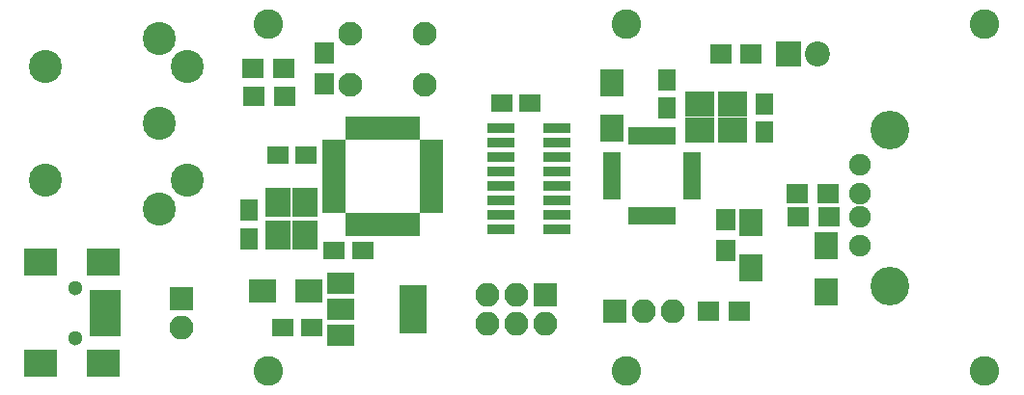
<source format=gbr>
%TF.GenerationSoftware,KiCad,Pcbnew,(5.0.0)*%
%TF.CreationDate,2018-10-21T12:48:55-07:00*%
%TF.ProjectId,USB_Host_Midi_Adapter,5553425F486F73745F4D6964695F4164,rev?*%
%TF.SameCoordinates,Original*%
%TF.FileFunction,Soldermask,Top*%
%TF.FilePolarity,Negative*%
%FSLAX46Y46*%
G04 Gerber Fmt 4.6, Leading zero omitted, Abs format (unit mm)*
G04 Created by KiCad (PCBNEW (5.0.0)) date 10/21/18 12:48:55*
%MOMM*%
%LPD*%
G01*
G04 APERTURE LIST*
%ADD10C,2.600000*%
%ADD11R,1.900000X1.650000*%
%ADD12R,2.400000X2.000000*%
%ADD13R,2.000000X2.400000*%
%ADD14R,1.650000X1.900000*%
%ADD15C,2.900000*%
%ADD16C,3.400000*%
%ADD17C,1.900000*%
%ADD18C,1.300000*%
%ADD19R,2.900000X2.400000*%
%ADD20R,2.700000X0.900000*%
%ADD21O,2.100000X2.100000*%
%ADD22R,2.100000X2.100000*%
%ADD23R,1.900000X1.700000*%
%ADD24R,1.700000X1.900000*%
%ADD25C,2.100000*%
%ADD26R,0.950000X2.000000*%
%ADD27R,2.000000X0.950000*%
%ADD28R,2.400000X1.900000*%
%ADD29R,2.400000X4.200000*%
%ADD30R,1.543000X0.654000*%
%ADD31R,0.654000X1.543000*%
%ADD32R,2.381200X0.958800*%
%ADD33C,2.200000*%
%ADD34R,2.200000X2.200000*%
%ADD35R,2.500000X2.200000*%
%ADD36R,2.200000X2.500000*%
G04 APERTURE END LIST*
D10*
X185738000Y-73660000D03*
X185738000Y-104140000D03*
X217170000Y-104140000D03*
X217170000Y-73660000D03*
X154305000Y-104140000D03*
D11*
X155150500Y-85217000D03*
X157650500Y-85217000D03*
X158095000Y-100330000D03*
X155595000Y-100330000D03*
D12*
X153829000Y-97155000D03*
X157829000Y-97155000D03*
D13*
X184467500Y-82835500D03*
X184467500Y-78835500D03*
X203263500Y-97186500D03*
X203263500Y-93186500D03*
D14*
X189293500Y-78569500D03*
X189293500Y-81069500D03*
X197866000Y-83165000D03*
X197866000Y-80665000D03*
D13*
X196659500Y-95091000D03*
X196659500Y-91091000D03*
D11*
X177272000Y-80645000D03*
X174772000Y-80645000D03*
X160103500Y-93599000D03*
X162603500Y-93599000D03*
D14*
X152654000Y-92537600D03*
X152654000Y-90037600D03*
D15*
X144732000Y-74923000D03*
X147232000Y-87423000D03*
X144732000Y-82423000D03*
X144732000Y-89923000D03*
X147232000Y-77423000D03*
X134732000Y-87423000D03*
X134732000Y-77423000D03*
D16*
X208854500Y-96714500D03*
X208854500Y-82994500D03*
D17*
X206184500Y-93154500D03*
X206184500Y-90614500D03*
X206184500Y-88584500D03*
X206184500Y-86044500D03*
D18*
X137360000Y-101260000D03*
X137360000Y-96860000D03*
D19*
X134360000Y-103510000D03*
X139860000Y-103510000D03*
X134360000Y-94610000D03*
X139860000Y-94610000D03*
D20*
X139960000Y-100660000D03*
X139960000Y-99860000D03*
X139960000Y-99060000D03*
X139960000Y-98260000D03*
X139960000Y-97460000D03*
D21*
X173545500Y-100012500D03*
X173545500Y-97472500D03*
X176085500Y-100012500D03*
X176085500Y-97472500D03*
X178625500Y-100012500D03*
D22*
X178625500Y-97472500D03*
D21*
X189801500Y-98869500D03*
X187261500Y-98869500D03*
D22*
X184721500Y-98869500D03*
D21*
X146685000Y-100330000D03*
D22*
X146685000Y-97790000D03*
D23*
X203407000Y-88582500D03*
X200707000Y-88582500D03*
X200770500Y-90614500D03*
X203470500Y-90614500D03*
D24*
X159194500Y-78947000D03*
X159194500Y-76247000D03*
X194437000Y-90852000D03*
X194437000Y-93552000D03*
D23*
X153018500Y-80010000D03*
X155718500Y-80010000D03*
X152955000Y-77533500D03*
X155655000Y-77533500D03*
X192896500Y-98869500D03*
X195596500Y-98869500D03*
D25*
X161544000Y-74485500D03*
X168044000Y-74485500D03*
X161544000Y-78985500D03*
X168044000Y-78985500D03*
D26*
X161538000Y-82808500D03*
X162338000Y-82808500D03*
X163138000Y-82808500D03*
X163938000Y-82808500D03*
X164738000Y-82808500D03*
X165538000Y-82808500D03*
X166338000Y-82808500D03*
X167138000Y-82808500D03*
D27*
X168588000Y-84258500D03*
X168588000Y-85058500D03*
X168588000Y-85858500D03*
X168588000Y-86658500D03*
X168588000Y-87458500D03*
X168588000Y-88258500D03*
X168588000Y-89058500D03*
X168588000Y-89858500D03*
D26*
X167138000Y-91308500D03*
X166338000Y-91308500D03*
X165538000Y-91308500D03*
X164738000Y-91308500D03*
X163938000Y-91308500D03*
X163138000Y-91308500D03*
X162338000Y-91308500D03*
X161538000Y-91308500D03*
D27*
X160088000Y-89858500D03*
X160088000Y-89058500D03*
X160088000Y-88258500D03*
X160088000Y-87458500D03*
X160088000Y-86658500D03*
X160088000Y-85858500D03*
X160088000Y-85058500D03*
X160088000Y-84258500D03*
D28*
X160680000Y-96442500D03*
X160680000Y-101042500D03*
X160680000Y-98742500D03*
D29*
X166980000Y-98742500D03*
D30*
X184460000Y-85245000D03*
X184460000Y-85745000D03*
X184460000Y-86245000D03*
X184460000Y-86745000D03*
X184460000Y-87245000D03*
X184460000Y-87745000D03*
X184460000Y-88245000D03*
X184460000Y-88745000D03*
D31*
X186210000Y-90495000D03*
X186710000Y-90495000D03*
X187210000Y-90495000D03*
X187710000Y-90495000D03*
X188210000Y-90495000D03*
X188710000Y-90495000D03*
X189210000Y-90495000D03*
X189710000Y-90495000D03*
D30*
X191460000Y-88745000D03*
X191460000Y-88245000D03*
X191460000Y-87745000D03*
X191460000Y-87245000D03*
X191460000Y-86745000D03*
X191460000Y-86245000D03*
X191460000Y-85745000D03*
X191460000Y-85245000D03*
D31*
X189710000Y-83495000D03*
X189210000Y-83495000D03*
X188710000Y-83495000D03*
X188210000Y-83495000D03*
X187710000Y-83495000D03*
X187210000Y-83495000D03*
X186710000Y-83495000D03*
X186210000Y-83495000D03*
D32*
X174701200Y-82804000D03*
X174701200Y-84074000D03*
X174701200Y-85344000D03*
X174701200Y-86614000D03*
X174701200Y-87884000D03*
X174701200Y-89154000D03*
X174701200Y-90424000D03*
X174701200Y-91694000D03*
X179628800Y-91694000D03*
X179628800Y-90424000D03*
X179628800Y-89154000D03*
X179628800Y-87884000D03*
X179628800Y-86614000D03*
X179628800Y-85344000D03*
X179628800Y-84074000D03*
X179628800Y-82804000D03*
D10*
X154305000Y-73660000D03*
D33*
X202444501Y-76300001D03*
D34*
X199904501Y-76300001D03*
D23*
X193976000Y-76263500D03*
X196676000Y-76263500D03*
D35*
X192161500Y-80701500D03*
X195061500Y-80701500D03*
X195061500Y-83001500D03*
X192161500Y-83001500D03*
D36*
X157487000Y-92255000D03*
X157487000Y-89355000D03*
X155187000Y-89355000D03*
X155187000Y-92255000D03*
M02*

</source>
